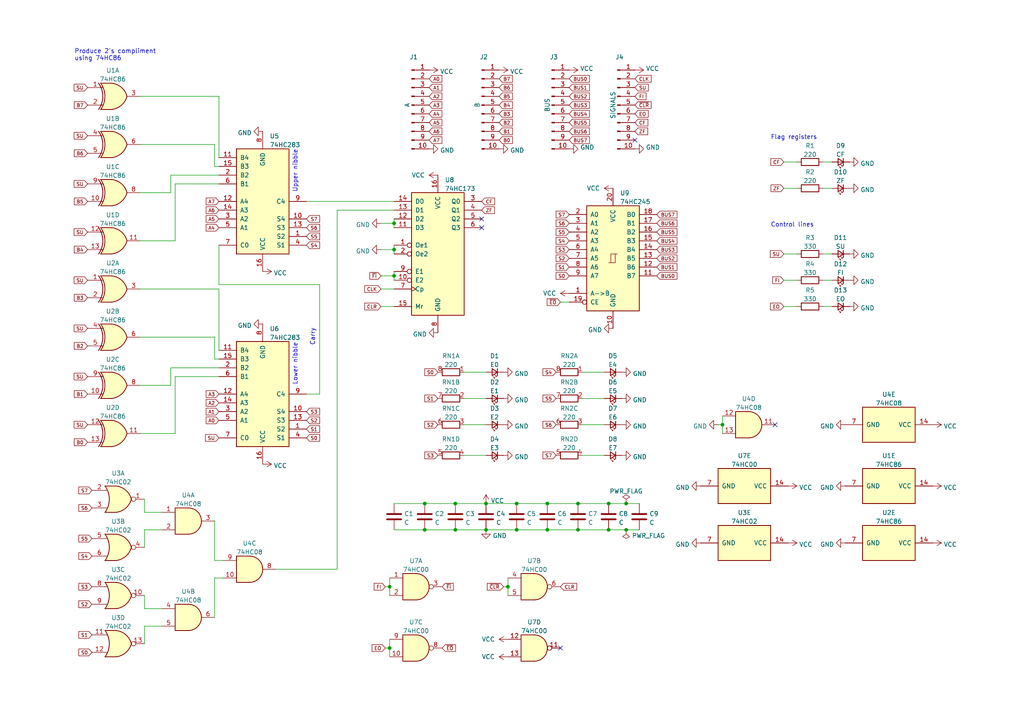
<source format=kicad_sch>
(kicad_sch (version 20211123) (generator eeschema)
  (paper "A4")
  (lib_symbols
    (symbol "74xx:74HC00" (pin_names (offset 1.016))
      (property "Reference" "U" (at 0 1.27 0))
      (property "Value" "74HC00" (at 0 -1.27 0))
      (symbol "74HC00_1_1"
        (pin input line (at -7.62 2.54 0) (length 3.81) (name "~") (number "1"))
        (pin input line (at -7.62 -2.54 0) (length 3.81) (name "~") (number "2"))
        (pin output inverted (at 7.62 0 180) (length 3.81) (name "~") (number "3"))
      )
      (symbol "74HC00_1_2"
        (pin input inverted (at -7.62 2.54 0) (length 4.318) (name "~") (number "1"))
        (pin input inverted (at -7.62 -2.54 0) (length 4.318) (name "~") (number "2"))
        (pin output line (at 7.62 0 180) (length 3.81) (name "~") (number "3"))
      )
      (symbol "74HC00_2_1"
        (pin input line (at -7.62 2.54 0) (length 3.81) (name "~") (number "4"))
        (pin input line (at -7.62 -2.54 0) (length 3.81) (name "~") (number "5"))
        (pin output inverted (at 7.62 0 180) (length 3.81) (name "~") (number "6"))
      )
      (symbol "74HC00_2_2"
        (pin input inverted (at -7.62 2.54 0) (length 4.318) (name "~") (number "4"))
        (pin input inverted (at -7.62 -2.54 0) (length 4.318) (name "~") (number "5"))
        (pin output line (at 7.62 0 180) (length 3.81) (name "~") (number "6"))
      )
      (symbol "74HC00_3_1"
        (pin input line (at -7.62 -2.54 0) (length 3.81) (name "~") (number "10"))
        (pin output inverted (at 7.62 0 180) (length 3.81) (name "~") (number "8"))
        (pin input line (at -7.62 2.54 0) (length 3.81) (name "~") (number "9"))
      )
      (symbol "74HC00_3_2"
        (pin input inverted (at -7.62 -2.54 0) (length 4.318) (name "~") (number "10"))
        (pin output line (at 7.62 0 180) (length 3.81) (name "~") (number "8"))
        (pin input inverted (at -7.62 2.54 0) (length 4.318) (name "~") (number "9"))
      )
      (symbol "74HC00_4_1"
        (pin output inverted (at 7.62 0 180) (length 3.81) (name "~") (number "11"))
        (pin input line (at -7.62 2.54 0) (length 3.81) (name "~") (number "12"))
        (pin input line (at -7.62 -2.54 0) (length 3.81) (name "~") (number "13"))
      )
      (symbol "74HC00_4_2"
        (pin output line (at 7.62 0 180) (length 3.81) (name "~") (number "11"))
        (pin input inverted (at -7.62 2.54 0) (length 4.318) (name "~") (number "12"))
        (pin input inverted (at -7.62 -2.54 0) (length 4.318) (name "~") (number "13"))
      )
      (symbol "74HC00_5_0"
        (pin power_in line (at 0 12.7 270) (length 5.08) (name "VCC") (number "14"))
        (pin power_in line (at 0 -12.7 90) (length 5.08) (name "GND") (number "7"))
      )
    )
    (symbol "74xx:74HC245" (pin_names (offset 1.016))
      (property "Reference" "U" (at -7.62 16.51 0))
      (property "Value" "74HC245" (at -7.62 -16.51 0))
      (symbol "74HC245_1_0"
        (pin input line (at -12.7 -10.16 0) (length 5.08) (name "A->B") (number "1"))
        (pin power_in line (at 0 -20.32 90) (length 5.08) (name "GND") (number "10"))
        (pin tri_state line (at 12.7 -5.08 180) (length 5.08) (name "B7") (number "11"))
        (pin tri_state line (at 12.7 -2.54 180) (length 5.08) (name "B6") (number "12"))
        (pin tri_state line (at 12.7 0 180) (length 5.08) (name "B5") (number "13"))
        (pin tri_state line (at 12.7 2.54 180) (length 5.08) (name "B4") (number "14"))
        (pin tri_state line (at 12.7 5.08 180) (length 5.08) (name "B3") (number "15"))
        (pin tri_state line (at 12.7 7.62 180) (length 5.08) (name "B2") (number "16"))
        (pin tri_state line (at 12.7 10.16 180) (length 5.08) (name "B1") (number "17"))
        (pin tri_state line (at 12.7 12.7 180) (length 5.08) (name "B0") (number "18"))
        (pin input inverted (at -12.7 -12.7 0) (length 5.08) (name "CE") (number "19"))
        (pin tri_state line (at -12.7 12.7 0) (length 5.08) (name "A0") (number "2"))
        (pin power_in line (at 0 20.32 270) (length 5.08) (name "VCC") (number "20"))
        (pin tri_state line (at -12.7 10.16 0) (length 5.08) (name "A1") (number "3"))
        (pin tri_state line (at -12.7 7.62 0) (length 5.08) (name "A2") (number "4"))
        (pin tri_state line (at -12.7 5.08 0) (length 5.08) (name "A3") (number "5"))
        (pin tri_state line (at -12.7 2.54 0) (length 5.08) (name "A4") (number "6"))
        (pin tri_state line (at -12.7 0 0) (length 5.08) (name "A5") (number "7"))
        (pin tri_state line (at -12.7 -2.54 0) (length 5.08) (name "A6") (number "8"))
        (pin tri_state line (at -12.7 -5.08 0) (length 5.08) (name "A7") (number "9"))
      )
    )
    (symbol "74xx:74HC86" (pin_names (offset 1.016))
      (property "Reference" "U" (at 0 1.27 0))
      (property "Value" "74HC86" (at 0 -1.27 0))
      (symbol "74HC86_1_0"
        (pin input line (at -7.62 2.54 0) (length 4.445) (name "~") (number "1"))
        (pin input line (at -7.62 -2.54 0) (length 4.445) (name "~") (number "2"))
        (pin output line (at 7.62 0 180) (length 3.81) (name "~") (number "3"))
      )
      (symbol "74HC86_2_0"
        (pin input line (at -7.62 2.54 0) (length 4.445) (name "~") (number "4"))
        (pin input line (at -7.62 -2.54 0) (length 4.445) (name "~") (number "5"))
        (pin output line (at 7.62 0 180) (length 3.81) (name "~") (number "6"))
      )
      (symbol "74HC86_3_0"
        (pin input line (at -7.62 -2.54 0) (length 4.445) (name "~") (number "10"))
        (pin output line (at 7.62 0 180) (length 3.81) (name "~") (number "8"))
        (pin input line (at -7.62 2.54 0) (length 4.445) (name "~") (number "9"))
      )
      (symbol "74HC86_4_0"
        (pin output line (at 7.62 0 180) (length 3.81) (name "~") (number "11"))
        (pin input line (at -7.62 2.54 0) (length 4.445) (name "~") (number "12"))
        (pin input line (at -7.62 -2.54 0) (length 4.445) (name "~") (number "13"))
      )
      (symbol "74HC86_5_0"
        (pin power_in line (at 0 12.7 270) (length 5.08) (name "VCC") (number "14"))
        (pin power_in line (at 0 -12.7 90) (length 5.08) (name "GND") (number "7"))
      )
    )
    (symbol "74xx:74LS02" (pin_names (offset 1.016))
      (property "Reference" "U" (at 0 1.27 0))
      (property "Value" "74LS02" (at 0 -1.27 0))
      (symbol "74LS02_1_1"
        (pin output inverted (at 7.62 0 180) (length 3.81) (name "~") (number "1"))
        (pin input line (at -7.62 2.54 0) (length 4.318) (name "~") (number "2"))
        (pin input line (at -7.62 -2.54 0) (length 4.318) (name "~") (number "3"))
      )
      (symbol "74LS02_1_2"
        (pin output line (at 7.62 0 180) (length 3.81) (name "~") (number "1"))
        (pin input inverted (at -7.62 2.54 0) (length 3.81) (name "~") (number "2"))
        (pin input inverted (at -7.62 -2.54 0) (length 3.81) (name "~") (number "3"))
      )
      (symbol "74LS02_2_1"
        (pin output inverted (at 7.62 0 180) (length 3.81) (name "~") (number "4"))
        (pin input line (at -7.62 2.54 0) (length 4.318) (name "~") (number "5"))
        (pin input line (at -7.62 -2.54 0) (length 4.318) (name "~") (number "6"))
      )
      (symbol "74LS02_2_2"
        (pin output line (at 7.62 0 180) (length 3.81) (name "~") (number "4"))
        (pin input inverted (at -7.62 2.54 0) (length 3.81) (name "~") (number "5"))
        (pin input inverted (at -7.62 -2.54 0) (length 3.81) (name "~") (number "6"))
      )
      (symbol "74LS02_3_1"
        (pin output inverted (at 7.62 0 180) (length 3.81) (name "~") (number "10"))
        (pin input line (at -7.62 2.54 0) (length 4.318) (name "~") (number "8"))
        (pin input line (at -7.62 -2.54 0) (length 4.318) (name "~") (number "9"))
      )
      (symbol "74LS02_3_2"
        (pin output line (at 7.62 0 180) (length 3.81) (name "~") (number "10"))
        (pin input inverted (at -7.62 2.54 0) (length 3.81) (name "~") (number "8"))
        (pin input inverted (at -7.62 -2.54 0) (length 3.81) (name "~") (number "9"))
      )
      (symbol "74LS02_4_1"
        (pin input line (at -7.62 2.54 0) (length 4.318) (name "~") (number "11"))
        (pin input line (at -7.62 -2.54 0) (length 4.318) (name "~") (number "12"))
        (pin output inverted (at 7.62 0 180) (length 3.81) (name "~") (number "13"))
      )
      (symbol "74LS02_4_2"
        (pin input inverted (at -7.62 2.54 0) (length 3.81) (name "~") (number "11"))
        (pin input inverted (at -7.62 -2.54 0) (length 3.81) (name "~") (number "12"))
        (pin output line (at 7.62 0 180) (length 3.81) (name "~") (number "13"))
      )
      (symbol "74LS02_5_0"
        (pin power_in line (at 0 12.7 270) (length 5.08) (name "VCC") (number "14"))
        (pin power_in line (at 0 -12.7 90) (length 5.08) (name "GND") (number "7"))
      )
    )
    (symbol "74xx:74LS08" (pin_names (offset 1.016))
      (property "Reference" "U" (at 0 1.27 0))
      (property "Value" "74LS08" (at 0 -1.27 0))
      (symbol "74LS08_1_1"
        (pin input line (at -7.62 2.54 0) (length 3.81) (name "~") (number "1"))
        (pin input line (at -7.62 -2.54 0) (length 3.81) (name "~") (number "2"))
        (pin output line (at 7.62 0 180) (length 3.81) (name "~") (number "3"))
      )
      (symbol "74LS08_1_2"
        (pin input inverted (at -7.62 2.54 0) (length 4.318) (name "~") (number "1"))
        (pin input inverted (at -7.62 -2.54 0) (length 4.318) (name "~") (number "2"))
        (pin output inverted (at 7.62 0 180) (length 3.81) (name "~") (number "3"))
      )
      (symbol "74LS08_2_1"
        (pin input line (at -7.62 2.54 0) (length 3.81) (name "~") (number "4"))
        (pin input line (at -7.62 -2.54 0) (length 3.81) (name "~") (number "5"))
        (pin output line (at 7.62 0 180) (length 3.81) (name "~") (number "6"))
      )
      (symbol "74LS08_2_2"
        (pin input inverted (at -7.62 2.54 0) (length 4.318) (name "~") (number "4"))
        (pin input inverted (at -7.62 -2.54 0) (length 4.318) (name "~") (number "5"))
        (pin output inverted (at 7.62 0 180) (length 3.81) (name "~") (number "6"))
      )
      (symbol "74LS08_3_1"
        (pin input line (at -7.62 -2.54 0) (length 3.81) (name "~") (number "10"))
        (pin output line (at 7.62 0 180) (length 3.81) (name "~") (number "8"))
        (pin input line (at -7.62 2.54 0) (length 3.81) (name "~") (number "9"))
      )
      (symbol "74LS08_3_2"
        (pin input inverted (at -7.62 -2.54 0) (length 4.318) (name "~") (number "10"))
        (pin output inverted (at 7.62 0 180) (length 3.81) (name "~") (number "8"))
        (pin input inverted (at -7.62 2.54 0) (length 4.318) (name "~") (number "9"))
      )
      (symbol "74LS08_4_1"
        (pin output line (at 7.62 0 180) (length 3.81) (name "~") (number "11"))
        (pin input line (at -7.62 2.54 0) (length 3.81) (name "~") (number "12"))
        (pin input line (at -7.62 -2.54 0) (length 3.81) (name "~") (number "13"))
      )
      (symbol "74LS08_4_2"
        (pin output inverted (at 7.62 0 180) (length 3.81) (name "~") (number "11"))
        (pin input inverted (at -7.62 2.54 0) (length 4.318) (name "~") (number "12"))
        (pin input inverted (at -7.62 -2.54 0) (length 4.318) (name "~") (number "13"))
      )
      (symbol "74LS08_5_0"
        (pin power_in line (at 0 12.7 270) (length 5.08) (name "VCC") (number "14"))
        (pin power_in line (at 0 -12.7 90) (length 5.08) (name "GND") (number "7"))
      )
    )
    (symbol "74xx:74LS173" (pin_names (offset 1.016))
      (property "Reference" "U" (at -7.62 19.05 0))
      (property "Value" "74LS173" (at -7.62 -19.05 0))
      (symbol "74LS173_1_0"
        (pin input inverted (at -12.7 2.54 0) (length 5.08) (name "Oe1") (number "1"))
        (pin input inverted (at -12.7 -7.62 0) (length 5.08) (name "E2") (number "10"))
        (pin input line (at -12.7 7.62 0) (length 5.08) (name "D3") (number "11"))
        (pin input line (at -12.7 10.16 0) (length 5.08) (name "D2") (number "12"))
        (pin input line (at -12.7 12.7 0) (length 5.08) (name "D1") (number "13"))
        (pin input line (at -12.7 15.24 0) (length 5.08) (name "D0") (number "14"))
        (pin input line (at -12.7 -15.24 0) (length 5.08) (name "Mr") (number "15"))
        (pin power_in line (at 0 22.86 270) (length 5.08) (name "VCC") (number "16"))
        (pin input inverted (at -12.7 0 0) (length 5.08) (name "Oe2") (number "2"))
        (pin tri_state line (at 12.7 15.24 180) (length 5.08) (name "Q0") (number "3"))
        (pin tri_state line (at 12.7 12.7 180) (length 5.08) (name "Q1") (number "4"))
        (pin tri_state line (at 12.7 10.16 180) (length 5.08) (name "Q2") (number "5"))
        (pin tri_state line (at 12.7 7.62 180) (length 5.08) (name "Q3") (number "6"))
        (pin input clock (at -12.7 -10.16 0) (length 5.08) (name "Cp") (number "7"))
        (pin power_in line (at 0 -22.86 90) (length 5.08) (name "GND") (number "8"))
        (pin input inverted (at -12.7 -5.08 0) (length 5.08) (name "E1") (number "9"))
      )
    )
    (symbol "74xx:74LS283" (pin_names (offset 1.016))
      (property "Reference" "U" (at -7.62 16.51 0))
      (property "Value" "74LS283" (at -7.62 -16.51 0))
      (symbol "74LS283_1_0"
        (pin output line (at 12.7 10.16 180) (length 5.08) (name "S2") (number "1"))
        (pin output line (at 12.7 5.08 180) (length 5.08) (name "S4") (number "10"))
        (pin input line (at -12.7 -12.7 0) (length 5.08) (name "B4") (number "11"))
        (pin input line (at -12.7 0 0) (length 5.08) (name "A4") (number "12"))
        (pin output line (at 12.7 7.62 180) (length 5.08) (name "S3") (number "13"))
        (pin input line (at -12.7 2.54 0) (length 5.08) (name "A3") (number "14"))
        (pin input line (at -12.7 -10.16 0) (length 5.08) (name "B3") (number "15"))
        (pin power_in line (at 0 20.32 270) (length 5.08) (name "VCC") (number "16"))
        (pin input line (at -12.7 -7.62 0) (length 5.08) (name "B2") (number "2"))
        (pin input line (at -12.7 5.08 0) (length 5.08) (name "A2") (number "3"))
        (pin output line (at 12.7 12.7 180) (length 5.08) (name "S1") (number "4"))
        (pin input line (at -12.7 7.62 0) (length 5.08) (name "A1") (number "5"))
        (pin input line (at -12.7 -5.08 0) (length 5.08) (name "B1") (number "6"))
        (pin input line (at -12.7 12.7 0) (length 5.08) (name "C0") (number "7"))
        (pin power_in line (at 0 -20.32 90) (length 5.08) (name "GND") (number "8"))
        (pin output line (at 12.7 0 180) (length 5.08) (name "C4") (number "9"))
      )
    )
    (symbol "Connector:Conn_01x10_Male" (pin_names (offset 1.016) hide)
      (property "Reference" "J" (at 0 12.7 0))
      (property "Value" "Conn_01x10_Male" (at 0 -15.24 0))
      (symbol "Conn_01x10_Male_1_1"
        (pin passive line (at 5.08 10.16 180) (length 3.81) (name "Pin_1") (number "1"))
        (pin passive line (at 5.08 -12.7 180) (length 3.81) (name "Pin_10") (number "10"))
        (pin passive line (at 5.08 7.62 180) (length 3.81) (name "Pin_2") (number "2"))
        (pin passive line (at 5.08 5.08 180) (length 3.81) (name "Pin_3") (number "3"))
        (pin passive line (at 5.08 2.54 180) (length 3.81) (name "Pin_4") (number "4"))
        (pin passive line (at 5.08 0 180) (length 3.81) (name "Pin_5") (number "5"))
        (pin passive line (at 5.08 -2.54 180) (length 3.81) (name "Pin_6") (number "6"))
        (pin passive line (at 5.08 -5.08 180) (length 3.81) (name "Pin_7") (number "7"))
        (pin passive line (at 5.08 -7.62 180) (length 3.81) (name "Pin_8") (number "8"))
        (pin passive line (at 5.08 -10.16 180) (length 3.81) (name "Pin_9") (number "9"))
      )
    )
    (symbol "Device:C" (pin_numbers hide) (pin_names (offset 0.254))
      (property "Reference" "C" (at 0.635 2.54 0))
      (property "Value" "C" (at 0.635 -2.54 0))
      (symbol "C_1_1"
        (pin passive line (at 0 3.81 270) (length 2.794) (name "~") (number "1"))
        (pin passive line (at 0 -3.81 90) (length 2.794) (name "~") (number "2"))
      )
    )
    (symbol "Device:LED_Small" (pin_numbers hide) (pin_names (offset 0.254) hide)
      (property "Reference" "D" (at -1.27 3.175 0))
      (property "Value" "LED_Small" (at -4.445 -2.54 0))
      (symbol "LED_Small_1_1"
        (pin passive line (at -2.54 0 0) (length 1.778) (name "K") (number "1"))
        (pin passive line (at 2.54 0 180) (length 1.778) (name "A") (number "2"))
      )
    )
    (symbol "Device:R" (pin_numbers hide) (pin_names (offset 0))
      (property "Reference" "R" (at 2.032 0 90))
      (property "Value" "R" (at 0 0 90))
      (symbol "R_1_1"
        (pin passive line (at 0 3.81 270) (length 1.27) (name "~") (number "1"))
        (pin passive line (at 0 -3.81 90) (length 1.27) (name "~") (number "2"))
      )
    )
    (symbol "Device:R_Pack04_Split" (pin_names (offset 0) hide)
      (property "Reference" "RN" (at 2.032 0 90))
      (property "Value" "R_Pack04_Split" (at 0 0 90))
      (symbol "R_Pack04_Split_1_1"
        (pin passive line (at 0 -3.81 90) (length 1.27) (name "R1.1") (number "1"))
        (pin passive line (at 0 3.81 270) (length 1.27) (name "R1.2") (number "8"))
      )
      (symbol "R_Pack04_Split_2_1"
        (pin passive line (at 0 -3.81 90) (length 1.27) (name "R2.1") (number "2"))
        (pin passive line (at 0 3.81 270) (length 1.27) (name "R2.2") (number "7"))
      )
      (symbol "R_Pack04_Split_3_1"
        (pin passive line (at 0 -3.81 90) (length 1.27) (name "R3.1") (number "3"))
        (pin passive line (at 0 3.81 270) (length 1.27) (name "R3.2") (number "6"))
      )
      (symbol "R_Pack04_Split_4_1"
        (pin passive line (at 0 -3.81 90) (length 1.27) (name "R4.1") (number "4"))
        (pin passive line (at 0 3.81 270) (length 1.27) (name "R4.2") (number "5"))
      )
    )
    (symbol "power:GND" (power) (pin_names (offset 0))
      (property "Value" "GND" (at 0 -3.81 0))
      (symbol "GND_1_1"
        (pin power_in line (at 0 0 270) (length 0) hide (name "GND") (number "1"))
      )
    )
    (symbol "power:PWR_FLAG" (power) (pin_numbers hide) (pin_names (offset 0) hide)
      (property "Value" "PWR_FLAG" (at 0 3.81 0))
      (symbol "PWR_FLAG_0_0"
        (pin power_out line (at 0 0 90) (length 0) (name "pwr") (number "1"))
      )
    )
    (symbol "power:VCC" (power) (pin_names (offset 0))
      (property "Value" "VCC" (at 0 3.81 0))
      (symbol "VCC_1_1"
        (pin power_in line (at 0 0 90) (length 0) hide (name "VCC") (number "1"))
      )
    )
  )
  (junction (at 140.97 146.05))
  (junction (at 176.53 146.05))
  (junction (at 114.3 64.77))
  (junction (at 176.53 153.67))
  (junction (at 149.86 153.67))
  (junction (at 167.64 153.67))
  (junction (at 149.86 146.05))
  (junction (at 123.19 146.05))
  (junction (at 123.19 153.67))
  (junction (at 113.03 187.96))
  (junction (at 114.3 80.01))
  (junction (at 147.32 170.18))
  (junction (at 158.75 146.05))
  (junction (at 114.3 72.39))
  (junction (at 158.75 153.67))
  (junction (at 132.08 146.05))
  (junction (at 132.08 153.67))
  (junction (at 113.03 170.18))
  (junction (at 167.64 146.05))
  (junction (at 181.61 146.05))
  (junction (at 181.61 153.67))
  (junction (at 140.97 153.67))
  (junction (at 209.55 123.19))
  (no_connect (at 162.56 187.96))
  (no_connect (at 224.79 123.19))
  (no_connect (at 139.7 66.04))
  (no_connect (at 139.7 63.5))
  (no_connect (at 184.15 40.64))
  (wire (pts (xy 168.91 107.95) (xy 175.26 107.95)))
  (wire (pts (xy 132.08 146.05) (xy 140.97 146.05)))
  (wire (pts (xy 227.33 88.9) (xy 231.14 88.9)))
  (wire (pts (xy 147.32 170.18) (xy 147.32 172.72)))
  (wire (pts (xy 227.33 73.66) (xy 231.14 73.66)))
  (wire (pts (xy 41.91 186.69) (xy 41.91 181.61)))
  (wire (pts (xy 158.75 153.67) (xy 167.64 153.67)))
  (wire (pts (xy 110.49 80.01) (xy 114.3 80.01)))
  (wire (pts (xy 62.23 151.13) (xy 62.23 162.56)))
  (wire (pts (xy 113.03 167.64) (xy 113.03 170.18)))
  (wire (pts (xy 63.5 71.12) (xy 63.5 82.55)))
  (wire (pts (xy 63.5 53.34) (xy 50.8 53.34)))
  (wire (pts (xy 134.62 132.08) (xy 140.97 132.08)))
  (wire (pts (xy 227.33 46.99) (xy 231.14 46.99)))
  (wire (pts (xy 168.91 132.08) (xy 175.26 132.08)))
  (wire (pts (xy 227.33 81.28) (xy 231.14 81.28)))
  (wire (pts (xy 49.53 55.88) (xy 49.53 50.8)))
  (wire (pts (xy 181.61 153.67) (xy 185.42 153.67)))
  (wire (pts (xy 140.97 146.05) (xy 149.86 146.05)))
  (wire (pts (xy 92.71 82.55) (xy 92.71 114.3)))
  (wire (pts (xy 88.9 58.42) (xy 114.3 58.42)))
  (wire (pts (xy 113.03 170.18) (xy 113.03 172.72)))
  (wire (pts (xy 114.3 146.05) (xy 123.19 146.05)))
  (wire (pts (xy 146.05 170.18) (xy 147.32 170.18)))
  (wire (pts (xy 167.64 153.67) (xy 176.53 153.67)))
  (wire (pts (xy 80.01 165.1) (xy 97.79 165.1)))
  (wire (pts (xy 111.76 170.18) (xy 113.03 170.18)))
  (wire (pts (xy 40.64 55.88) (xy 49.53 55.88)))
  (wire (pts (xy 62.23 167.64) (xy 64.77 167.64)))
  (wire (pts (xy 41.91 153.67) (xy 46.99 153.67)))
  (wire (pts (xy 238.76 88.9) (xy 241.3 88.9)))
  (wire (pts (xy 50.8 109.22) (xy 50.8 125.73)))
  (wire (pts (xy 40.64 97.79) (xy 62.23 97.79)))
  (wire (pts (xy 114.3 153.67) (xy 123.19 153.67)))
  (wire (pts (xy 167.64 146.05) (xy 176.53 146.05)))
  (wire (pts (xy 63.5 101.6) (xy 63.5 83.82)))
  (wire (pts (xy 62.23 162.56) (xy 64.77 162.56)))
  (wire (pts (xy 110.49 72.39) (xy 114.3 72.39)))
  (wire (pts (xy 63.5 82.55) (xy 92.71 82.55)))
  (wire (pts (xy 238.76 46.99) (xy 241.3 46.99)))
  (wire (pts (xy 113.03 187.96) (xy 113.03 190.5)))
  (wire (pts (xy 176.53 153.67) (xy 181.61 153.67)))
  (wire (pts (xy 63.5 83.82) (xy 40.64 83.82)))
  (wire (pts (xy 238.76 81.28) (xy 241.3 81.28)))
  (wire (pts (xy 40.64 111.76) (xy 49.53 111.76)))
  (wire (pts (xy 50.8 69.85) (xy 40.64 69.85)))
  (wire (pts (xy 62.23 179.07) (xy 62.23 167.64)))
  (wire (pts (xy 162.56 87.63) (xy 165.1 87.63)))
  (wire (pts (xy 114.3 80.01) (xy 114.3 78.74)))
  (wire (pts (xy 50.8 125.73) (xy 40.64 125.73)))
  (wire (pts (xy 114.3 72.39) (xy 114.3 71.12)))
  (wire (pts (xy 123.19 146.05) (xy 132.08 146.05)))
  (wire (pts (xy 49.53 50.8) (xy 63.5 50.8)))
  (wire (pts (xy 97.79 60.96) (xy 114.3 60.96)))
  (wire (pts (xy 41.91 148.59) (xy 46.99 148.59)))
  (wire (pts (xy 149.86 153.67) (xy 158.75 153.67)))
  (wire (pts (xy 149.86 146.05) (xy 158.75 146.05)))
  (wire (pts (xy 123.19 153.67) (xy 132.08 153.67)))
  (wire (pts (xy 41.91 172.72) (xy 41.91 176.53)))
  (wire (pts (xy 62.23 48.26) (xy 62.23 41.91)))
  (wire (pts (xy 114.3 72.39) (xy 114.3 73.66)))
  (wire (pts (xy 209.55 123.19) (xy 209.55 125.73)))
  (wire (pts (xy 114.3 80.01) (xy 114.3 81.28)))
  (wire (pts (xy 176.53 146.05) (xy 181.61 146.05)))
  (wire (pts (xy 41.91 181.61) (xy 46.99 181.61)))
  (wire (pts (xy 97.79 165.1) (xy 97.79 60.96)))
  (wire (pts (xy 110.49 83.82) (xy 114.3 83.82)))
  (wire (pts (xy 114.3 63.5) (xy 114.3 64.77)))
  (wire (pts (xy 147.32 167.64) (xy 147.32 170.18)))
  (wire (pts (xy 168.91 115.57) (xy 175.26 115.57)))
  (wire (pts (xy 63.5 48.26) (xy 62.23 48.26)))
  (wire (pts (xy 41.91 158.75) (xy 41.91 153.67)))
  (wire (pts (xy 49.53 111.76) (xy 49.53 106.68)))
  (wire (pts (xy 63.5 45.72) (xy 63.5 27.94)))
  (wire (pts (xy 134.62 107.95) (xy 140.97 107.95)))
  (wire (pts (xy 134.62 123.19) (xy 140.97 123.19)))
  (wire (pts (xy 158.75 146.05) (xy 167.64 146.05)))
  (wire (pts (xy 134.62 115.57) (xy 140.97 115.57)))
  (wire (pts (xy 62.23 41.91) (xy 40.64 41.91)))
  (wire (pts (xy 238.76 54.61) (xy 241.3 54.61)))
  (wire (pts (xy 132.08 153.67) (xy 140.97 153.67)))
  (wire (pts (xy 114.3 64.77) (xy 114.3 66.04)))
  (wire (pts (xy 181.61 146.05) (xy 185.42 146.05)))
  (wire (pts (xy 208.28 123.19) (xy 209.55 123.19)))
  (wire (pts (xy 62.23 104.14) (xy 63.5 104.14)))
  (wire (pts (xy 140.97 153.67) (xy 149.86 153.67)))
  (wire (pts (xy 110.49 64.77) (xy 114.3 64.77)))
  (wire (pts (xy 209.55 120.65) (xy 209.55 123.19)))
  (wire (pts (xy 49.53 106.68) (xy 63.5 106.68)))
  (wire (pts (xy 238.76 73.66) (xy 241.3 73.66)))
  (wire (pts (xy 41.91 144.78) (xy 41.91 148.59)))
  (wire (pts (xy 168.91 123.19) (xy 175.26 123.19)))
  (wire (pts (xy 63.5 27.94) (xy 40.64 27.94)))
  (wire (pts (xy 62.23 97.79) (xy 62.23 104.14)))
  (wire (pts (xy 63.5 109.22) (xy 50.8 109.22)))
  (wire (pts (xy 110.49 88.9) (xy 114.3 88.9)))
  (wire (pts (xy 113.03 185.42) (xy 113.03 187.96)))
  (wire (pts (xy 41.91 176.53) (xy 46.99 176.53)))
  (wire (pts (xy 111.76 187.96) (xy 113.03 187.96)))
  (wire (pts (xy 50.8 53.34) (xy 50.8 69.85)))
  (wire (pts (xy 92.71 114.3) (xy 88.9 114.3)))
  (wire (pts (xy 227.33 54.61) (xy 231.14 54.61)))
  (text "Produce 2's compliment\nusing 74HC86" (at 21.59 17.78 0) (effects (font (size 1.27 1.27)) (justify left bottom)))
  (text "Control lines" (at 223.52 66.04 0) (effects (font (size 1.27 1.27)) (justify left bottom)))
  (text "Flag registers" (at 223.52 40.64 0) (effects (font (size 1.27 1.27)) (justify left bottom)))
  (text "Upper nibble" (at 86.36 55.88 90) (effects (font (size 1.27 1.27)) (justify left bottom)))
  (text "Carry" (at 91.44 100.33 90) (effects (font (size 1.27 1.27)) (justify left bottom)))
  (text "Lower nibble" (at 86.36 111.76 90) (effects (font (size 1.27 1.27)) (justify left bottom)))
  (global_label "S7" (shape input) (at 26.67 142.24 180) (effects (font (size 1 1))) (property "Intersheet References" "${INTERSHEET_REFS}" (effects hide)))
  (global_label "BUS0" (shape input) (at 190.5 80.01 0) (effects (font (size 1 1))) (property "Intersheet References" "${INTERSHEET_REFS}" (effects hide)))
  (global_label "EO" (shape input) (at 111.76 187.96 180) (effects (font (size 1 1))) (property "Intersheet References" "${INTERSHEET_REFS}" (effects hide)))
  (global_label "B4" (shape input) (at 25.4 72.39 180) (effects (font (size 1 1))) (property "Intersheet References" "${INTERSHEET_REFS}" (effects hide)))
  (global_label "SU" (shape input) (at 25.4 109.22 180) (effects (font (size 1 1))) (property "Intersheet References" "${INTERSHEET_REFS}" (effects hide)))
  (global_label "S4" (shape input) (at 26.67 161.29 180) (effects (font (size 1 1))) (property "Intersheet References" "${INTERSHEET_REFS}" (effects hide)))
  (global_label "B6" (shape input) (at 144.78 25.4 0) (effects (font (size 1 1))) (property "Intersheet References" "${INTERSHEET_REFS}" (effects hide)))
  (global_label "B5" (shape input) (at 144.78 27.94 0) (effects (font (size 1 1))) (property "Intersheet References" "${INTERSHEET_REFS}" (effects hide)))
  (global_label "S6" (shape input) (at 26.67 147.32 180) (effects (font (size 1 1))) (property "Intersheet References" "${INTERSHEET_REFS}" (effects hide)))
  (global_label "BUS7" (shape input) (at 165.1 40.64 0) (effects (font (size 1 1))) (property "Intersheet References" "${INTERSHEET_REFS}" (effects hide)))
  (global_label "S6" (shape input) (at 88.9 66.04 0) (effects (font (size 1 1))) (property "Intersheet References" "${INTERSHEET_REFS}" (effects hide)))
  (global_label "CF" (shape input) (at 227.33 46.99 180) (effects (font (size 1 1))) (property "Intersheet References" "${INTERSHEET_REFS}" (effects hide)))
  (global_label "B1" (shape input) (at 25.4 114.3 180) (effects (font (size 1 1))) (property "Intersheet References" "${INTERSHEET_REFS}" (effects hide)))
  (global_label "S1" (shape input) (at 26.67 184.15 180) (effects (font (size 1 1))) (property "Intersheet References" "${INTERSHEET_REFS}" (effects hide)))
  (global_label "A3" (shape input) (at 63.5 114.3 180) (effects (font (size 1 1))) (property "Intersheet References" "${INTERSHEET_REFS}" (effects hide)))
  (global_label "B2" (shape input) (at 25.4 100.33 180) (effects (font (size 1 1))) (property "Intersheet References" "${INTERSHEET_REFS}" (effects hide)))
  (global_label "B7" (shape input) (at 144.78 22.86 0) (effects (font (size 1 1))) (property "Intersheet References" "${INTERSHEET_REFS}" (effects hide)))
  (global_label "S3" (shape input) (at 26.67 170.18 180) (effects (font (size 1 1))) (property "Intersheet References" "${INTERSHEET_REFS}" (effects hide)))
  (global_label "SU" (shape input) (at 63.5 127 180) (effects (font (size 1 1))) (property "Intersheet References" "${INTERSHEET_REFS}" (effects hide)))
  (global_label "BUS1" (shape input) (at 190.5 77.47 0) (effects (font (size 1 1))) (property "Intersheet References" "${INTERSHEET_REFS}" (effects hide)))
  (global_label "SU" (shape input) (at 25.4 53.34 180) (effects (font (size 1 1))) (property "Intersheet References" "${INTERSHEET_REFS}" (effects hide)))
  (global_label "S5" (shape input) (at 26.67 156.21 180) (effects (font (size 1 1))) (property "Intersheet References" "${INTERSHEET_REFS}" (effects hide)))
  (global_label "SU" (shape input) (at 184.15 25.4 0) (effects (font (size 1 1))) (property "Intersheet References" "${INTERSHEET_REFS}" (effects hide)))
  (global_label "S0" (shape input) (at 88.9 127 0) (effects (font (size 1 1))) (property "Intersheet References" "${INTERSHEET_REFS}" (effects hide)))
  (global_label "EO" (shape input) (at 227.33 88.9 180) (effects (font (size 1 1))) (property "Intersheet References" "${INTERSHEET_REFS}" (effects hide)))
  (global_label "B4" (shape input) (at 144.78 30.48 0) (effects (font (size 1 1))) (property "Intersheet References" "${INTERSHEET_REFS}" (effects hide)))
  (global_label "S0" (shape input) (at 26.67 189.23 180) (effects (font (size 1 1))) (property "Intersheet References" "${INTERSHEET_REFS}" (effects hide)))
  (global_label "B0" (shape input) (at 144.78 40.64 0) (effects (font (size 1 1))) (property "Intersheet References" "${INTERSHEET_REFS}" (effects hide)))
  (global_label "A1" (shape input) (at 63.5 119.38 180) (effects (font (size 1 1))) (property "Intersheet References" "${INTERSHEET_REFS}" (effects hide)))
  (global_label "S6" (shape input) (at 165.1 64.77 180) (effects (font (size 1 1))) (property "Intersheet References" "${INTERSHEET_REFS}" (effects hide)))
  (global_label "BUS0" (shape input) (at 165.1 22.86 0) (effects (font (size 1 1))) (property "Intersheet References" "${INTERSHEET_REFS}" (effects hide)))
  (global_label "S5" (shape input) (at 161.29 115.57 180) (effects (font (size 1 1))) (property "Intersheet References" "${INTERSHEET_REFS}" (effects hide)))
  (global_label "~{FI}" (shape input) (at 110.49 80.01 180) (effects (font (size 1 1))) (property "Intersheet References" "${INTERSHEET_REFS}" (effects hide)))
  (global_label "CLR" (shape input) (at 110.49 88.9 180) (effects (font (size 1 1))) (property "Intersheet References" "${INTERSHEET_REFS}" (effects hide)))
  (global_label "BUS5" (shape input) (at 190.5 67.31 0) (effects (font (size 1 1))) (property "Intersheet References" "${INTERSHEET_REFS}" (effects hide)))
  (global_label "S2" (shape input) (at 88.9 121.92 0) (effects (font (size 1 1))) (property "Intersheet References" "${INTERSHEET_REFS}" (effects hide)))
  (global_label "S3" (shape input) (at 88.9 119.38 0) (effects (font (size 1 1))) (property "Intersheet References" "${INTERSHEET_REFS}" (effects hide)))
  (global_label "A6" (shape input) (at 63.5 60.96 180) (effects (font (size 1 1))) (property "Intersheet References" "${INTERSHEET_REFS}" (effects hide)))
  (global_label "FI" (shape input) (at 227.33 81.28 180) (effects (font (size 1 1))) (property "Intersheet References" "${INTERSHEET_REFS}" (effects hide)))
  (global_label "BUS5" (shape input) (at 165.1 35.56 0) (effects (font (size 1 1))) (property "Intersheet References" "${INTERSHEET_REFS}" (effects hide)))
  (global_label "S4" (shape input) (at 88.9 71.12 0) (effects (font (size 1 1))) (property "Intersheet References" "${INTERSHEET_REFS}" (effects hide)))
  (global_label "A3" (shape input) (at 124.46 30.48 0) (effects (font (size 1 1))) (property "Intersheet References" "${INTERSHEET_REFS}" (effects hide)))
  (global_label "EO" (shape input) (at 184.15 33.02 0) (effects (font (size 1 1))) (property "Intersheet References" "${INTERSHEET_REFS}" (effects hide)))
  (global_label "B2" (shape input) (at 144.78 35.56 0) (effects (font (size 1 1))) (property "Intersheet References" "${INTERSHEET_REFS}" (effects hide)))
  (global_label "B3" (shape input) (at 25.4 86.36 180) (effects (font (size 1 1))) (property "Intersheet References" "${INTERSHEET_REFS}" (effects hide)))
  (global_label "S2" (shape input) (at 127 123.19 180) (effects (font (size 1 1))) (property "Intersheet References" "${INTERSHEET_REFS}" (effects hide)))
  (global_label "ZF" (shape input) (at 227.33 54.61 180) (effects (font (size 1 1))) (property "Intersheet References" "${INTERSHEET_REFS}" (effects hide)))
  (global_label "A0" (shape input) (at 124.46 22.86 0) (effects (font (size 1 1))) (property "Intersheet References" "${INTERSHEET_REFS}" (effects hide)))
  (global_label "BUS2" (shape input) (at 190.5 74.93 0) (effects (font (size 1 1))) (property "Intersheet References" "${INTERSHEET_REFS}" (effects hide)))
  (global_label "S1" (shape input) (at 165.1 77.47 180) (effects (font (size 1 1))) (property "Intersheet References" "${INTERSHEET_REFS}" (effects hide)))
  (global_label "CF" (shape input) (at 139.7 58.42 0) (effects (font (size 1 1))) (property "Intersheet References" "${INTERSHEET_REFS}" (effects hide)))
  (global_label "S7" (shape input) (at 161.29 132.08 180) (effects (font (size 1 1))) (property "Intersheet References" "${INTERSHEET_REFS}" (effects hide)))
  (global_label "S0" (shape input) (at 127 107.95 180) (effects (font (size 1 1))) (property "Intersheet References" "${INTERSHEET_REFS}" (effects hide)))
  (global_label "SU" (shape input) (at 25.4 39.37 180) (effects (font (size 1 1))) (property "Intersheet References" "${INTERSHEET_REFS}" (effects hide)))
  (global_label "ZF" (shape input) (at 184.15 38.1 0) (effects (font (size 1 1))) (property "Intersheet References" "${INTERSHEET_REFS}" (effects hide)))
  (global_label "~{FI}" (shape input) (at 128.27 170.18 0) (effects (font (size 1 1))) (property "Intersheet References" "${INTERSHEET_REFS}" (effects hide)))
  (global_label "BUS7" (shape input) (at 190.5 62.23 0) (effects (font (size 1 1))) (property "Intersheet References" "${INTERSHEET_REFS}" (effects hide)))
  (global_label "~{EO}" (shape input) (at 128.27 187.96 0) (effects (font (size 1 1))) (property "Intersheet References" "${INTERSHEET_REFS}" (effects hide)))
  (global_label "A6" (shape input) (at 124.46 38.1 0) (effects (font (size 1 1))) (property "Intersheet References" "${INTERSHEET_REFS}" (effects hide)))
  (global_label "SU" (shape input) (at 227.33 73.66 180) (effects (font (size 1 1))) (property "Intersheet References" "${INTERSHEET_REFS}" (effects hide)))
  (global_label "S3" (shape input) (at 165.1 72.39 180) (effects (font (size 1 1))) (property "Intersheet References" "${INTERSHEET_REFS}" (effects hide)))
  (global_label "S1" (shape input) (at 127 115.57 180) (effects (font (size 1 1))) (property "Intersheet References" "${INTERSHEET_REFS}" (effects hide)))
  (global_label "A2" (shape input) (at 124.46 27.94 0) (effects (font (size 1 1))) (property "Intersheet References" "${INTERSHEET_REFS}" (effects hide)))
  (global_label "CLK" (shape input) (at 110.49 83.82 180) (effects (font (size 1 1))) (property "Intersheet References" "${INTERSHEET_REFS}" (effects hide)))
  (global_label "A4" (shape input) (at 63.5 66.04 180) (effects (font (size 1 1))) (property "Intersheet References" "${INTERSHEET_REFS}" (effects hide)))
  (global_label "B3" (shape input) (at 144.78 33.02 0) (effects (font (size 1 1))) (property "Intersheet References" "${INTERSHEET_REFS}" (effects hide)))
  (global_label "S5" (shape input) (at 165.1 67.31 180) (effects (font (size 1 1))) (property "Intersheet References" "${INTERSHEET_REFS}" (effects hide)))
  (global_label "S4" (shape input) (at 165.1 69.85 180) (effects (font (size 1 1))) (property "Intersheet References" "${INTERSHEET_REFS}" (effects hide)))
  (global_label "A2" (shape input) (at 63.5 116.84 180) (effects (font (size 1 1))) (property "Intersheet References" "${INTERSHEET_REFS}" (effects hide)))
  (global_label "A7" (shape input) (at 63.5 58.42 180) (effects (font (size 1 1))) (property "Intersheet References" "${INTERSHEET_REFS}" (effects hide)))
  (global_label "S4" (shape input) (at 161.29 107.95 180) (effects (font (size 1 1))) (property "Intersheet References" "${INTERSHEET_REFS}" (effects hide)))
  (global_label "S2" (shape input) (at 165.1 74.93 180) (effects (font (size 1 1))) (property "Intersheet References" "${INTERSHEET_REFS}" (effects hide)))
  (global_label "BUS3" (shape input) (at 190.5 72.39 0) (effects (font (size 1 1))) (property "Intersheet References" "${INTERSHEET_REFS}" (effects hide)))
  (global_label "CLR" (shape input) (at 162.56 170.18 0) (effects (font (size 1 1))) (property "Intersheet References" "${INTERSHEET_REFS}" (effects hide)))
  (global_label "BUS4" (shape input) (at 190.5 69.85 0) (effects (font (size 1 1))) (property "Intersheet References" "${INTERSHEET_REFS}" (effects hide)))
  (global_label "B7" (shape input) (at 25.4 30.48 180) (effects (font (size 1 1))) (property "Intersheet References" "${INTERSHEET_REFS}" (effects hide)))
  (global_label "CLK" (shape input) (at 184.15 22.86 0) (effects (font (size 1 1))) (property "Intersheet References" "${INTERSHEET_REFS}" (effects hide)))
  (global_label "S3" (shape input) (at 127 132.08 180) (effects (font (size 1 1))) (property "Intersheet References" "${INTERSHEET_REFS}" (effects hide)))
  (global_label "CF" (shape input) (at 184.15 35.56 0) (effects (font (size 1 1))) (property "Intersheet References" "${INTERSHEET_REFS}" (effects hide)))
  (global_label "SU" (shape input) (at 25.4 25.4 180) (effects (font (size 1 1))) (property "Intersheet References" "${INTERSHEET_REFS}" (effects hide)))
  (global_label "SU" (shape input) (at 25.4 67.31 180) (effects (font (size 1 1))) (property "Intersheet References" "${INTERSHEET_REFS}" (effects hide)))
  (global_label "A7" (shape input) (at 124.46 40.64 0) (effects (font (size 1 1))) (property "Intersheet References" "${INTERSHEET_REFS}" (effects hide)))
  (global_label "~{CLR}" (shape input) (at 146.05 170.18 180) (effects (font (size 1 1))) (property "Intersheet References" "${INTERSHEET_REFS}" (effects hide)))
  (global_label "BUS2" (shape input) (at 165.1 27.94 0) (effects (font (size 1 1))) (property "Intersheet References" "${INTERSHEET_REFS}" (effects hide)))
  (global_label "FI" (shape input) (at 111.76 170.18 180) (effects (font (size 1 1))) (property "Intersheet References" "${INTERSHEET_REFS}" (effects hide)))
  (global_label "SU" (shape input) (at 25.4 81.28 180) (effects (font (size 1 1))) (property "Intersheet References" "${INTERSHEET_REFS}" (effects hide)))
  (global_label "B1" (shape input) (at 144.78 38.1 0) (effects (font (size 1 1))) (property "Intersheet References" "${INTERSHEET_REFS}" (effects hide)))
  (global_label "SU" (shape input) (at 25.4 95.25 180) (effects (font (size 1 1))) (property "Intersheet References" "${INTERSHEET_REFS}" (effects hide)))
  (global_label "S0" (shape input) (at 165.1 80.01 180) (effects (font (size 1 1))) (property "Intersheet References" "${INTERSHEET_REFS}" (effects hide)))
  (global_label "A5" (shape input) (at 124.46 35.56 0) (effects (font (size 1 1))) (property "Intersheet References" "${INTERSHEET_REFS}" (effects hide)))
  (global_label "~{CLR}" (shape input) (at 184.15 30.48 0) (effects (font (size 1 1))) (property "Intersheet References" "${INTERSHEET_REFS}" (effects hide)))
  (global_label "ZF" (shape input) (at 139.7 60.96 0) (effects (font (size 1 1))) (property "Intersheet References" "${INTERSHEET_REFS}" (effects hide)))
  (global_label "A4" (shape input) (at 124.46 33.02 0) (effects (font (size 1 1))) (property "Intersheet References" "${INTERSHEET_REFS}" (effects hide)))
  (global_label "S7" (shape input) (at 165.1 62.23 180) (effects (font (size 1 1))) (property "Intersheet References" "${INTERSHEET_REFS}" (effects hide)))
  (global_label "A5" (shape input) (at 63.5 63.5 180) (effects (font (size 1 1))) (property "Intersheet References" "${INTERSHEET_REFS}" (effects hide)))
  (global_label "S2" (shape input) (at 26.67 175.26 180) (effects (font (size 1 1))) (property "Intersheet References" "${INTERSHEET_REFS}" (effects hide)))
  (global_label "BUS6" (shape input) (at 165.1 38.1 0) (effects (font (size 1 1))) (property "Intersheet References" "${INTERSHEET_REFS}" (effects hide)))
  (global_label "FI" (shape input) (at 184.15 27.94 0) (effects (font (size 1 1))) (property "Intersheet References" "${INTERSHEET_REFS}" (effects hide)))
  (global_label "S1" (shape input) (at 88.9 124.46 0) (effects (font (size 1 1))) (property "Intersheet References" "${INTERSHEET_REFS}" (effects hide)))
  (global_label "B6" (shape input) (at 25.4 44.45 180) (effects (font (size 1 1))) (property "Intersheet References" "${INTERSHEET_REFS}" (effects hide)))
  (global_label "BUS4" (shape input) (at 165.1 33.02 0) (effects (font (size 1 1))) (property "Intersheet References" "${INTERSHEET_REFS}" (effects hide)))
  (global_label "A0" (shape input) (at 63.5 121.92 180) (effects (font (size 1 1))) (property "Intersheet References" "${INTERSHEET_REFS}" (effects hide)))
  (global_label "BUS6" (shape input) (at 190.5 64.77 0) (effects (font (size 1 1))) (property "Intersheet References" "${INTERSHEET_REFS}" (effects hide)))
  (global_label "BUS1" (shape input) (at 165.1 25.4 0) (effects (font (size 1 1))) (property "Intersheet References" "${INTERSHEET_REFS}" (effects hide)))
  (global_label "~{EO}" (shape input) (at 162.56 87.63 180) (effects (font (size 1 1))) (property "Intersheet References" "${INTERSHEET_REFS}" (effects hide)))
  (global_label "S7" (shape input) (at 88.9 63.5 0) (effects (font (size 1 1))) (property "Intersheet References" "${INTERSHEET_REFS}" (effects hide)))
  (global_label "S5" (shape input) (at 88.9 68.58 0) (effects (font (size 1 1))) (property "Intersheet References" "${INTERSHEET_REFS}" (effects hide)))
  (global_label "B0" (shape input) (at 25.4 128.27 180) (effects (font (size 1 1))) (property "Intersheet References" "${INTERSHEET_REFS}" (effects hide)))
  (global_label "BUS3" (shape input) (at 165.1 30.48 0) (effects (font (size 1 1))) (property "Intersheet References" "${INTERSHEET_REFS}" (effects hide)))
  (global_label "B5" (shape input) (at 25.4 58.42 180) (effects (font (size 1 1))) (property "Intersheet References" "${INTERSHEET_REFS}" (effects hide)))
  (global_label "S6" (shape input) (at 161.29 123.19 180) (effects (font (size 1 1))) (property "Intersheet References" "${INTERSHEET_REFS}" (effects hide)))
  (global_label "A1" (shape input) (at 124.46 25.4 0) (effects (font (size 1 1))) (property "Intersheet References" "${INTERSHEET_REFS}" (effects hide)))
  (global_label "SU" (shape input) (at 25.4 123.19 180) (effects (font (size 1 1))) (property "Intersheet References" "${INTERSHEET_REFS}" (effects hide)))
  (symbol (lib_id "74xx:74LS02") (at 34.29 186.69 0) (unit 4)
    (property "Reference" "U3" (at 34.29 179.1802 0))
    (property "Value" "74HC02" (at 34.29 181.7171 0))
    (property "Footprint" "Package_SO:SO-14_3.9x8.65mm_P1.27mm" (effects hide))
    (property "Datasheet" "http://www.ti.com/lit/gpn/sn74ls02" (effects hide))
  )
  (symbol (lib_id "Device:R_Pack04_Split") (at 130.81 132.08 90) (mirror x) (unit 4)
    (property "Reference" "RN1" (at 130.81 127.3642 90))
    (property "Value" "220" (at 130.81 129.9011 90))
    (property "Footprint" "Resistor_SMD:R_Array_Convex_4x0603" (effects hide))
  )
  (symbol (lib_id "74xx:74HC86") (at 33.02 97.79 0) (unit 2)
    (property "Reference" "U2" (at 32.7152 90.2802 0))
    (property "Value" "74HC86" (at 32.7152 92.8171 0))
    (property "Footprint" "Package_SO:SO-14_3.9x8.65mm_P1.27mm" (effects hide))
    (property "Datasheet" "http://www.ti.com/lit/gpn/sn74HC86" (effects hide))
  )
  (symbol (lib_id "74xx:74LS173") (at 127 73.66 0) (unit 1)
    (property "Reference" "U8" (at 129.0194 52.1802 0) (effects (justify left)))
    (property "Value" "74HC173" (at 129.0194 54.7171 0) (effects (justify left)))
    (property "Footprint" "Package_SO:SO-16_3.9x9.9mm_P1.27mm" (effects hide))
    (property "Datasheet" "http://www.ti.com/lit/gpn/sn74LS173" (effects hide))
  )
  (symbol (lib_id "Connector:Conn_01x10_Male") (at 179.07 30.48 0) (unit 1)
    (property "Reference" "J4" (at 179.705 16.544 0))
    (property "Value" "SIGNALS" (at 177.8 30.48 90))
    (property "Footprint" "Connector_PinHeader_2.54mm:PinHeader_1x10_P2.54mm_Vertical" (effects hide))
  )
  (symbol (lib_id "power:GND") (at 246.38 54.61 90) (unit 1)
    (property "Reference" "#PWR041" (effects hide))
    (property "Value" "GND" (at 249.555 55.0438 90) (effects (justify right)))
  )
  (symbol (lib_id "power:GND") (at 180.34 107.95 90) (unit 1)
    (property "Reference" "#PWR026" (effects hide))
    (property "Value" "GND" (at 183.515 108.3838 90) (effects (justify right)))
  )
  (symbol (lib_id "power:VCC") (at 165.1 85.09 90) (unit 1)
    (property "Reference" "#PWR023" (effects hide))
    (property "Value" "VCC" (at 157.48 85.09 90) (effects (justify right)))
  )
  (symbol (lib_id "power:GND") (at 165.1 43.18 90) (mirror x) (unit 1)
    (property "Reference" "#PWR022" (effects hide))
    (property "Value" "GND" (at 168.275 42.7462 90) (effects (justify right)))
  )
  (symbol (lib_id "Device:R_Pack04_Split") (at 130.81 123.19 90) (mirror x) (unit 3)
    (property "Reference" "RN1" (at 130.81 118.4742 90))
    (property "Value" "220" (at 130.81 121.0111 90))
    (property "Footprint" "Resistor_SMD:R_Array_Convex_4x0603" (effects hide))
  )
  (symbol (lib_id "power:GND") (at 245.11 157.48 270) (unit 1)
    (property "Reference" "#PWR039" (effects hide))
    (property "Value" "GND" (at 241.9351 157.9138 90) (effects (justify right)))
  )
  (symbol (lib_id "Device:LED_Small") (at 243.84 54.61 180) (unit 1)
    (property "Reference" "D10" (at 243.7765 49.8942 0))
    (property "Value" "ZF" (at 243.7765 52.4311 0))
    (property "Footprint" "LED_SMD:LED_0805_2012Metric" (effects hide))
  )
  (symbol (lib_id "Device:LED_Small") (at 243.84 73.66 180) (unit 1)
    (property "Reference" "D11" (at 243.7765 68.9442 0))
    (property "Value" "SU" (at 243.7765 71.4811 0))
    (property "Footprint" "LED_SMD:LED_0805_2012Metric" (effects hide))
  )
  (symbol (lib_id "Device:C") (at 176.53 149.86 0) (unit 1)
    (property "Reference" "C8" (at 179.451 149.0253 0) (effects (justify left)))
    (property "Value" "C" (at 179.451 151.5622 0) (effects (justify left)))
    (property "Footprint" "Capacitor_SMD:C_0805_2012Metric" (effects hide))
  )
  (symbol (lib_id "Device:R_Pack04_Split") (at 165.1 132.08 90) (mirror x) (unit 4)
    (property "Reference" "RN2" (at 165.1 127.3642 90))
    (property "Value" "220" (at 165.1 129.9011 90))
    (property "Footprint" "Resistor_SMD:R_Array_Convex_4x0603" (effects hide))
  )
  (symbol (lib_id "power:GND") (at 127 96.52 270) (unit 1)
    (property "Reference" "#PWR010" (effects hide))
    (property "Value" "GND" (at 123.8251 96.9538 90) (effects (justify right)))
  )
  (symbol (lib_id "Device:C") (at 149.86 149.86 0) (unit 1)
    (property "Reference" "C5" (at 152.781 149.0253 0) (effects (justify left)))
    (property "Value" "C" (at 152.781 151.5622 0) (effects (justify left)))
    (property "Footprint" "Capacitor_SMD:C_0805_2012Metric" (effects hide))
  )
  (symbol (lib_id "74xx:74HC86") (at 33.02 69.85 0) (unit 4)
    (property "Reference" "U1" (at 32.7152 62.3402 0))
    (property "Value" "74HC86" (at 32.7152 64.8771 0))
    (property "Footprint" "Package_SO:SO-14_3.9x8.65mm_P1.27mm" (effects hide))
    (property "Datasheet" "http://www.ti.com/lit/gpn/sn74HC86" (effects hide))
  )
  (symbol (lib_id "power:GND") (at 184.15 43.18 90) (mirror x) (unit 1)
    (property "Reference" "#PWR031" (effects hide))
    (property "Value" "GND" (at 187.325 42.7462 90) (effects (justify right)))
  )
  (symbol (lib_id "74xx:74LS02") (at 34.29 172.72 0) (unit 3)
    (property "Reference" "U3" (at 34.29 165.2102 0))
    (property "Value" "74HC02" (at 34.29 167.7471 0))
    (property "Footprint" "Package_SO:SO-14_3.9x8.65mm_P1.27mm" (effects hide))
    (property "Datasheet" "http://www.ti.com/lit/gpn/sn74ls02" (effects hide))
  )
  (symbol (lib_id "Device:R_Pack04_Split") (at 130.81 115.57 90) (mirror x) (unit 2)
    (property "Reference" "RN1" (at 130.81 110.8542 90))
    (property "Value" "220" (at 130.81 113.3911 90))
    (property "Footprint" "Resistor_SMD:R_Array_Convex_4x0603" (effects hide))
  )
  (symbol (lib_id "Device:R") (at 234.95 46.99 90) (unit 1)
    (property "Reference" "R1" (at 234.95 42.2742 90))
    (property "Value" "220" (at 234.95 44.8111 90))
    (property "Footprint" "Resistor_SMD:R_0805_2012Metric" (effects hide))
  )
  (symbol (lib_id "power:VCC") (at 177.8 54.61 90) (unit 1)
    (property "Reference" "#PWR024" (effects hide))
    (property "Value" "VCC" (at 170.18 54.61 90) (effects (justify right)))
  )
  (symbol (lib_id "power:GND") (at 246.38 81.28 90) (unit 1)
    (property "Reference" "#PWR043" (effects hide))
    (property "Value" "GND" (at 249.555 81.7138 90) (effects (justify right)))
  )
  (symbol (lib_id "power:GND") (at 76.2 93.98 270) (unit 1)
    (property "Reference" "#PWR03" (effects hide))
    (property "Value" "GND" (at 73.0251 94.4138 90) (effects (justify right)))
  )
  (symbol (lib_id "74xx:74LS02") (at 34.29 144.78 0) (unit 1)
    (property "Reference" "U3" (at 34.29 137.2702 0))
    (property "Value" "74HC02" (at 34.29 139.8071 0))
    (property "Footprint" "Package_SO:SO-14_3.9x8.65mm_P1.27mm" (effects hide))
    (property "Datasheet" "http://www.ti.com/lit/gpn/sn74ls02" (effects hide))
  )
  (symbol (lib_id "Device:R_Pack04_Split") (at 165.1 123.19 90) (mirror x) (unit 3)
    (property "Reference" "RN2" (at 165.1 118.4742 90))
    (property "Value" "220" (at 165.1 121.0111 90))
    (property "Footprint" "Resistor_SMD:R_Array_Convex_4x0603" (effects hide))
  )
  (symbol (lib_id "power:GND") (at 203.2 140.97 270) (unit 1)
    (property "Reference" "#PWR032" (effects hide))
    (property "Value" "GND" (at 200.0251 141.4038 90) (effects (justify right)))
  )
  (symbol (lib_id "power:GND") (at 177.8 95.25 270) (unit 1)
    (property "Reference" "#PWR025" (effects hide))
    (property "Value" "GND" (at 174.6251 95.6838 90) (effects (justify right)))
  )
  (symbol (lib_id "74xx:74HC86") (at 257.81 157.48 270) (unit 5)
    (property "Reference" "U2" (at 257.81 148.7002 90))
    (property "Value" "74HC86" (at 257.81 151.2371 90))
    (property "Footprint" "Package_SO:SO-14_3.9x8.65mm_P1.27mm" (effects hide))
    (property "Datasheet" "http://www.ti.com/lit/gpn/sn74HC86" (effects hide))
  )
  (symbol (lib_id "power:GND") (at 203.2 157.48 270) (unit 1)
    (property "Reference" "#PWR033" (effects hide))
    (property "Value" "GND" (at 200.0251 157.9138 90) (effects (justify right)))
  )
  (symbol (lib_id "power:GND") (at 140.97 153.67 0) (unit 1)
    (property "Reference" "#PWR012" (effects hide))
    (property "Value" "GND" (at 142.875 155.3738 0) (effects (justify left)))
  )
  (symbol (lib_id "power:GND") (at 144.78 43.18 90) (unit 1)
    (property "Reference" "#PWR014" (effects hide))
    (property "Value" "GND" (at 147.955 43.6138 90) (effects (justify right)))
  )
  (symbol (lib_id "Device:LED_Small") (at 177.8 132.08 180) (unit 1)
    (property "Reference" "D8" (at 177.7365 127.3642 0))
    (property "Value" "E7" (at 177.7365 129.9011 0))
    (property "Footprint" "LED_SMD:LED_0805_2012Metric" (effects hide))
  )
  (symbol (lib_id "Device:LED_Small") (at 243.84 81.28 180) (unit 1)
    (property "Reference" "D12" (at 243.7765 76.5642 0))
    (property "Value" "FI" (at 243.7765 79.1011 0))
    (property "Footprint" "LED_SMD:LED_0805_2012Metric" (effects hide))
  )
  (symbol (lib_id "74xx:74LS08") (at 54.61 179.07 0) (unit 2)
    (property "Reference" "U4" (at 54.61 171.5602 0))
    (property "Value" "74HC08" (at 54.61 174.0971 0))
    (property "Footprint" "Package_SO:SO-14_3.9x8.65mm_P1.27mm" (effects hide))
    (property "Datasheet" "http://www.ti.com/lit/gpn/sn74LS08" (effects hide))
  )
  (symbol (lib_id "74xx:74LS283") (at 76.2 58.42 0) (mirror x) (unit 1)
    (property "Reference" "U5" (at 78.2194 39.4802 0) (effects (justify left)))
    (property "Value" "74HC283" (at 78.2194 42.0171 0) (effects (justify left)))
    (property "Footprint" "Package_SO:SO-16_3.9x9.9mm_P1.27mm" (effects hide))
    (property "Datasheet" "http://www.ti.com/lit/gpn/sn74LS283" (effects hide))
  )
  (symbol (lib_id "74xx:74LS283") (at 76.2 114.3 0) (mirror x) (unit 1)
    (property "Reference" "U6" (at 78.2194 95.3602 0) (effects (justify left)))
    (property "Value" "74HC283" (at 78.2194 97.8971 0) (effects (justify left)))
    (property "Footprint" "Package_SO:SO-16_3.9x9.9mm_P1.27mm" (effects hide))
    (property "Datasheet" "http://www.ti.com/lit/gpn/sn74LS283" (effects hide))
  )
  (symbol (lib_id "74xx:74HC00") (at 215.9 140.97 270) (unit 5)
    (property "Reference" "U7" (at 215.9 132.1902 90))
    (property "Value" "74HC00" (at 215.9 134.7271 90))
    (property "Footprint" "Package_SO:SO-14_3.9x8.65mm_P1.27mm" (effects hide))
    (property "Datasheet" "http://www.ti.com/lit/gpn/sn74hc00" (effects hide))
  )
  (symbol (lib_id "Device:C") (at 158.75 149.86 0) (unit 1)
    (property "Reference" "C6" (at 161.671 149.0253 0) (effects (justify left)))
    (property "Value" "C" (at 161.671 151.5622 0) (effects (justify left)))
    (property "Footprint" "Capacitor_SMD:C_0805_2012Metric" (effects hide))
  )
  (symbol (lib_id "power:VCC") (at 184.15 20.32 270) (mirror x) (unit 1)
    (property "Reference" "#PWR030" (effects hide))
    (property "Value" "VCC" (at 187.325 19.8862 90) (effects (justify left)))
  )
  (symbol (lib_id "Device:R_Pack04_Split") (at 130.81 107.95 90) (mirror x) (unit 1)
    (property "Reference" "RN1" (at 130.81 103.2342 90))
    (property "Value" "220" (at 130.81 105.7711 90))
    (property "Footprint" "Resistor_SMD:R_Array_Convex_4x0603" (effects hide))
  )
  (symbol (lib_id "power:GND") (at 180.34 123.19 90) (unit 1)
    (property "Reference" "#PWR028" (effects hide))
    (property "Value" "GND" (at 183.515 123.6238 90) (effects (justify right)))
  )
  (symbol (lib_id "Device:C") (at 140.97 149.86 0) (unit 1)
    (property "Reference" "C4" (at 143.891 149.0253 0) (effects (justify left)))
    (property "Value" "C" (at 143.891 151.5622 0) (effects (justify left)))
    (property "Footprint" "Capacitor_SMD:C_0805_2012Metric" (effects hide))
  )
  (symbol (lib_id "power:GND") (at 180.34 132.08 90) (unit 1)
    (property "Reference" "#PWR029" (effects hide))
    (property "Value" "GND" (at 183.515 132.5138 90) (effects (justify right)))
  )
  (symbol (lib_id "74xx:74LS08") (at 257.81 123.19 270) (unit 5)
    (property "Reference" "U4" (at 257.81 114.4102 90))
    (property "Value" "74HC08" (at 257.81 116.9471 90))
    (property "Footprint" "Package_SO:SO-14_3.9x8.65mm_P1.27mm" (effects hide))
    (property "Datasheet" "http://www.ti.com/lit/gpn/sn74LS08" (effects hide))
  )
  (symbol (lib_id "power:VCC") (at 228.6 140.97 270) (unit 1)
    (property "Reference" "#PWR035" (effects hide))
    (property "Value" "VCC" (at 231.775 141.4038 90) (effects (justify left)))
  )
  (symbol (lib_id "power:PWR_FLAG") (at 181.61 146.05 0) (unit 1)
    (property "Reference" "#FLG01" (effects hide))
    (property "Value" "PWR_FLAG" (at 181.61 142.4742 0))
  )
  (symbol (lib_id "Device:LED_Small") (at 177.8 123.19 180) (unit 1)
    (property "Reference" "D7" (at 177.7365 118.4742 0))
    (property "Value" "E6" (at 177.7365 121.0111 0))
    (property "Footprint" "LED_SMD:LED_0805_2012Metric" (effects hide))
  )
  (symbol (lib_id "74xx:74LS08") (at 217.17 123.19 0) (unit 4)
    (property "Reference" "U4" (at 217.17 115.6802 0))
    (property "Value" "74HC08" (at 217.17 118.2171 0))
    (property "Footprint" "Package_SO:SO-14_3.9x8.65mm_P1.27mm" (effects hide))
    (property "Datasheet" "http://www.ti.com/lit/gpn/sn74LS08" (effects hide))
  )
  (symbol (lib_id "74xx:74HC86") (at 33.02 27.94 0) (unit 1)
    (property "Reference" "U1" (at 32.7152 20.4302 0))
    (property "Value" "74HC86" (at 32.7152 22.9671 0))
    (property "Footprint" "Package_SO:SO-14_3.9x8.65mm_P1.27mm" (effects hide))
    (property "Datasheet" "http://www.ti.com/lit/gpn/sn74HC86" (effects hide))
  )
  (symbol (lib_id "Device:C") (at 114.3 149.86 0) (unit 1)
    (property "Reference" "C1" (at 117.221 149.0253 0) (effects (justify left)))
    (property "Value" "C" (at 117.221 151.5622 0) (effects (justify left)))
    (property "Footprint" "Capacitor_SMD:C_0805_2012Metric" (effects hide))
  )
  (symbol (lib_id "74xx:74LS08") (at 72.39 165.1 0) (unit 3)
    (property "Reference" "U4" (at 72.39 157.5902 0))
    (property "Value" "74HC08" (at 72.39 160.1271 0))
    (property "Footprint" "Package_SO:SO-14_3.9x8.65mm_P1.27mm" (effects hide))
    (property "Datasheet" "http://www.ti.com/lit/gpn/sn74LS08" (effects hide))
  )
  (symbol (lib_id "Device:R") (at 234.95 81.28 90) (unit 1)
    (property "Reference" "R4" (at 234.95 76.5642 90))
    (property "Value" "330" (at 234.95 79.1011 90))
    (property "Footprint" "Resistor_SMD:R_0805_2012Metric" (effects hide))
  )
  (symbol (lib_id "power:GND") (at 146.05 123.19 90) (unit 1)
    (property "Reference" "#PWR017" (effects hide))
    (property "Value" "GND" (at 149.225 123.6238 90) (effects (justify right)))
  )
  (symbol (lib_id "Device:R") (at 234.95 73.66 90) (unit 1)
    (property "Reference" "R3" (at 234.95 68.9442 90))
    (property "Value" "330" (at 234.95 71.4811 90))
    (property "Footprint" "Resistor_SMD:R_0805_2012Metric" (effects hide))
  )
  (symbol (lib_id "Connector:Conn_01x10_Male") (at 119.38 30.48 0) (unit 1)
    (property "Reference" "J1" (at 120.015 16.544 0))
    (property "Value" "A" (at 118.11 30.48 90))
    (property "Footprint" "Connector_PinHeader_2.54mm:PinHeader_1x10_P2.54mm_Vertical" (effects hide))
  )
  (symbol (lib_id "power:VCC") (at 165.1 20.32 270) (mirror x) (unit 1)
    (property "Reference" "#PWR021" (effects hide))
    (property "Value" "VCC" (at 168.275 19.8862 90) (effects (justify left)))
  )
  (symbol (lib_id "Connector:Conn_01x10_Male") (at 139.7 30.48 0) (unit 1)
    (property "Reference" "J2" (at 140.335 16.544 0))
    (property "Value" "B" (at 138.43 30.48 90))
    (property "Footprint" "Connector_PinHeader_2.54mm:PinHeader_1x10_P2.54mm_Vertical" (effects hide))
  )
  (symbol (lib_id "power:GND") (at 110.49 64.77 270) (unit 1)
    (property "Reference" "#PWR05" (effects hide))
    (property "Value" "GND" (at 107.3151 65.2038 90) (effects (justify right)))
  )
  (symbol (lib_id "power:GND") (at 146.05 132.08 90) (unit 1)
    (property "Reference" "#PWR018" (effects hide))
    (property "Value" "GND" (at 149.225 132.5138 90) (effects (justify right)))
  )
  (symbol (lib_id "power:GND") (at 110.49 72.39 270) (unit 1)
    (property "Reference" "#PWR06" (effects hide))
    (property "Value" "GND" (at 107.3151 72.8238 90) (effects (justify right)))
  )
  (symbol (lib_id "power:VCC") (at 76.2 78.74 270) (unit 1)
    (property "Reference" "#PWR02" (effects hide))
    (property "Value" "VCC" (at 79.375 79.1738 90) (effects (justify left)))
  )
  (symbol (lib_id "Device:LED_Small") (at 143.51 107.95 180) (unit 1)
    (property "Reference" "D1" (at 143.4465 103.2342 0))
    (property "Value" "E0" (at 143.4465 105.7711 0))
    (property "Footprint" "LED_SMD:LED_0805_2012Metric" (effects hide))
  )
  (symbol (lib_id "power:GND") (at 246.38 46.99 90) (unit 1)
    (property "Reference" "#PWR040" (effects hide))
    (property "Value" "GND" (at 249.555 47.4238 90) (effects (justify right)))
  )
  (symbol (lib_id "power:GND") (at 146.05 107.95 90) (unit 1)
    (property "Reference" "#PWR015" (effects hide))
    (property "Value" "GND" (at 149.225 108.3838 90) (effects (justify right)))
  )
  (symbol (lib_id "74xx:74HC86") (at 257.81 140.97 270) (unit 5)
    (property "Reference" "U1" (at 257.81 132.1902 90))
    (property "Value" "74HC86" (at 257.81 134.7271 90))
    (property "Footprint" "Package_SO:SO-14_3.9x8.65mm_P1.27mm" (effects hide))
    (property "Datasheet" "http://www.ti.com/lit/gpn/sn74HC86" (effects hide))
  )
  (symbol (lib_id "74xx:74HC00") (at 154.94 170.18 0) (unit 2)
    (property "Reference" "U7" (at 154.94 162.6702 0))
    (property "Value" "74HC00" (at 154.94 165.2071 0))
    (property "Footprint" "Package_SO:SO-14_3.9x8.65mm_P1.27mm" (effects hide))
    (property "Datasheet" "http://www.ti.com/lit/gpn/sn74hc00" (effects hide))
  )
  (symbol (lib_id "74xx:74HC245") (at 177.8 74.93 0) (unit 1)
    (property "Reference" "U9" (at 179.8194 55.9902 0) (effects (justify left)))
    (property "Value" "74HC245" (at 179.8194 58.5271 0) (effects (justify left)))
    (property "Footprint" "Package_SO:SO-20_12.8x7.5mm_P1.27mm" (effects hide))
    (property "Datasheet" "http://www.ti.com/lit/gpn/sn74HC245" (effects hide))
  )
  (symbol (lib_id "Device:R") (at 234.95 88.9 90) (unit 1)
    (property "Reference" "R5" (at 234.95 84.1842 90))
    (property "Value" "330" (at 234.95 86.7211 90))
    (property "Footprint" "Resistor_SMD:R_0805_2012Metric" (effects hide))
  )
  (symbol (lib_id "74xx:74HC86") (at 33.02 83.82 0) (unit 1)
    (property "Reference" "U2" (at 32.7152 76.3102 0))
    (property "Value" "74HC86" (at 32.7152 78.8471 0))
    (property "Footprint" "Package_SO:SO-14_3.9x8.65mm_P1.27mm" (effects hide))
    (property "Datasheet" "http://www.ti.com/lit/gpn/sn74HC86" (effects hide))
  )
  (symbol (lib_id "power:VCC") (at 76.2 134.62 270) (unit 1)
    (property "Reference" "#PWR04" (effects hide))
    (property "Value" "VCC" (at 79.375 135.0538 90) (effects (justify left)))
  )
  (symbol (lib_id "Device:C") (at 185.42 149.86 0) (unit 1)
    (property "Reference" "C9" (at 188.341 149.0253 0) (effects (justify left)))
    (property "Value" "C" (at 188.341 151.5622 0) (effects (justify left)))
    (property "Footprint" "Capacitor_SMD:C_0805_2012Metric" (effects hide))
  )
  (symbol (lib_id "Device:LED_Small") (at 177.8 115.57 180) (unit 1)
    (property "Reference" "D6" (at 177.7365 110.8542 0))
    (property "Value" "E5" (at 177.7365 113.3911 0))
    (property "Footprint" "LED_SMD:LED_0805_2012Metric" (effects hide))
  )
  (symbol (lib_id "Device:LED_Small") (at 143.51 123.19 180) (unit 1)
    (property "Reference" "D3" (at 143.4465 118.4742 0))
    (property "Value" "E2" (at 143.4465 121.0111 0))
    (property "Footprint" "LED_SMD:LED_0805_2012Metric" (effects hide))
  )
  (symbol (lib_id "power:VCC") (at 144.78 20.32 270) (unit 1)
    (property "Reference" "#PWR013" (effects hide))
    (property "Value" "VCC" (at 147.955 20.7538 90) (effects (justify left)))
  )
  (symbol (lib_id "Device:LED_Small") (at 243.84 46.99 180) (unit 1)
    (property "Reference" "D9" (at 243.7765 42.2742 0))
    (property "Value" "CF" (at 243.7765 44.8111 0))
    (property "Footprint" "LED_SMD:LED_0805_2012Metric" (effects hide))
  )
  (symbol (lib_id "Device:C") (at 132.08 149.86 0) (unit 1)
    (property "Reference" "C3" (at 135.001 149.0253 0) (effects (justify left)))
    (property "Value" "C" (at 135.001 151.5622 0) (effects (justify left)))
    (property "Footprint" "Capacitor_SMD:C_0805_2012Metric" (effects hide))
  )
  (symbol (lib_id "power:GND") (at 146.05 115.57 90) (unit 1)
    (property "Reference" "#PWR016" (effects hide))
    (property "Value" "GND" (at 149.225 116.0038 90) (effects (justify right)))
  )
  (symbol (lib_id "74xx:74HC00") (at 154.94 187.96 0) (unit 4)
    (property "Reference" "U7" (at 154.94 180.4502 0))
    (property "Value" "74HC00" (at 154.94 182.9871 0))
    (property "Footprint" "Package_SO:SO-14_3.9x8.65mm_P1.27mm" (effects hide))
    (property "Datasheet" "http://www.ti.com/lit/gpn/sn74hc00" (effects hide))
  )
  (symbol (lib_id "power:PWR_FLAG") (at 181.61 153.67 180) (unit 1)
    (property "Reference" "#FLG02" (effects hide))
    (property "Value" "PWR_FLAG" (at 183.261 155.3738 0) (effects (justify right)))
  )
  (symbol (lib_id "power:GND") (at 245.11 140.97 270) (unit 1)
    (property "Reference" "#PWR038" (effects hide))
    (property "Value" "GND" (at 241.9351 141.4038 90) (effects (justify right)))
  )
  (symbol (lib_id "Device:R_Pack04_Split") (at 165.1 107.95 90) (mirror x) (unit 1)
    (property "Reference" "RN2" (at 165.1 103.2342 90))
    (property "Value" "220" (at 165.1 105.7711 90))
    (property "Footprint" "Resistor_SMD:R_Array_Convex_4x0603" (effects hide))
  )
  (symbol (lib_id "Device:C") (at 123.19 149.86 0) (unit 1)
    (property "Reference" "C2" (at 126.111 149.0253 0) (effects (justify left)))
    (property "Value" "C" (at 126.111 151.5622 0) (effects (justify left)))
    (property "Footprint" "Capacitor_SMD:C_0805_2012Metric" (effects hide))
  )
  (symbol (lib_id "power:GND") (at 246.38 73.66 90) (unit 1)
    (property "Reference" "#PWR042" (effects hide))
    (property "Value" "GND" (at 249.555 74.0938 90) (effects (justify right)))
  )
  (symbol (lib_id "power:GND") (at 180.34 115.57 90) (unit 1)
    (property "Reference" "#PWR027" (effects hide))
    (property "Value" "GND" (at 183.515 116.0038 90) (effects (justify right)))
  )
  (symbol (lib_id "74xx:74LS02") (at 34.29 158.75 0) (unit 2)
    (property "Reference" "U3" (at 34.29 151.2402 0))
    (property "Value" "74HC02" (at 34.29 153.7771 0))
    (property "Footprint" "Package_SO:SO-14_3.9x8.65mm_P1.27mm" (effects hide))
    (property "Datasheet" "http://www.ti.com/lit/gpn/sn74ls02" (effects hide))
  )
  (symbol (lib_id "Device:R_Pack04_Split") (at 165.1 115.57 90) (mirror x) (unit 2)
    (property "Reference" "RN2" (at 165.1 110.8542 90))
    (property "Value" "220" (at 165.1 113.3911 90))
    (property "Footprint" "Resistor_SMD:R_Array_Convex_4x0603" (effects hide))
  )
  (symbol (lib_id "Connector:Conn_01x10_Male") (at 160.02 30.48 0) (unit 1)
    (property "Reference" "J3" (at 160.655 16.544 0))
    (property "Value" "BUS" (at 158.75 30.48 90))
    (property "Footprint" "Connector_PinHeader_2.54mm:PinHeader_1x10_P2.54mm_Vertical" (effects hide))
  )
  (symbol (lib_id "power:VCC") (at 270.51 140.97 270) (unit 1)
    (property "Reference" "#PWR046" (effects hide))
    (property "Value" "VCC" (at 273.685 141.4038 90) (effects (justify left)))
  )
  (symbol (lib_id "power:VCC") (at 147.32 185.42 90) (unit 1)
    (property "Reference" "#PWR019" (effects hide))
    (property "Value" "VCC" (at 139.7 185.42 90) (effects (justify right)))
  )
  (symbol (lib_id "74xx:74HC00") (at 120.65 170.18 0) (unit 1)
    (property "Reference" "U7" (at 120.65 162.6702 0))
    (property "Value" "74HC00" (at 120.65 165.2071 0))
    (property "Footprint" "Package_SO:SO-14_3.9x8.65mm_P1.27mm" (effects hide))
    (property "Datasheet" "http://www.ti.com/lit/gpn/sn74hc00" (effects hide))
  )
  (symbol (lib_id "74xx:74LS02") (at 215.9 157.48 270) (unit 5)
    (property "Reference" "U3" (at 215.9 148.7002 90))
    (property "Value" "74HC02" (at 215.9 151.2371 90))
    (property "Footprint" "Package_SO:SO-14_3.9x8.65mm_P1.27mm" (effects hide))
    (property "Datasheet" "http://www.ti.com/lit/gpn/sn74ls02" (effects hide))
  )
  (symbol (lib_id "74xx:74HC86") (at 33.02 111.76 0) (unit 3)
    (property "Reference" "U2" (at 32.7152 104.2502 0))
    (property "Value" "74HC86" (at 32.7152 106.7871 0))
    (property "Footprint" "Package_SO:SO-14_3.9x8.65mm_P1.27mm" (effects hide))
    (property "Datasheet" "http://www.ti.com/lit/gpn/sn74HC86" (effects hide))
  )
  (symbol (lib_id "power:GND") (at 76.2 38.1 270) (unit 1)
    (property "Reference" "#PWR01" (effects hide))
    (property "Value" "GND" (at 73.0251 38.5338 90) (effects (justify right)))
  )
  (symbol (lib_id "power:GND") (at 245.11 123.19 270) (unit 1)
    (property "Reference" "#PWR037" (effects hide))
    (property "Value" "GND" (at 241.9351 123.6238 90) (effects (justify right)))
  )
  (symbol (lib_id "74xx:74LS08") (at 54.61 151.13 0) (unit 1)
    (property "Reference" "U4" (at 54.61 143.6202 0))
    (property "Value" "74HC08" (at 54.61 146.1571 0))
    (property "Footprint" "Package_SO:SO-14_3.9x8.65mm_P1.27mm" (effects hide))
    (property "Datasheet" "http://www.ti.com/lit/gpn/sn74LS08" (effects hide))
  )
  (symbol (lib_id "Device:R") (at 234.95 54.61 90) (unit 1)
    (property "Reference" "R2" (at 234.95 49.8942 90))
    (property "Value" "220" (at 234.95 52.4311 90))
    (property "Footprint" "Resistor_SMD:R_0805_2012Metric" (effects hide))
  )
  (symbol (lib_id "74xx:74HC86") (at 33.02 55.88 0) (unit 3)
    (property "Reference" "U1" (at 32.7152 48.3702 0))
    (property "Value" "74HC86" (at 32.7152 50.9071 0))
    (property "Footprint" "Package_SO:SO-14_3.9x8.65mm_P1.27mm" (effects hide))
    (property "Datasheet" "http://www.ti.com/lit/gpn/sn74HC86" (effects hide))
  )
  (symbol (lib_id "power:VCC") (at 124.46 20.32 270) (unit 1)
    (property "Reference" "#PWR07" (effects hide))
    (property "Value" "VCC" (at 127.635 20.7538 90) (effects (justify left)))
  )
  (symbol (lib_id "power:GND") (at 124.46 43.18 90) (unit 1)
    (property "Reference" "#PWR08" (effects hide))
    (property "Value" "GND" (at 127.635 43.6138 90) (effects (justify right)))
  )
  (symbol (lib_id "Device:LED_Small") (at 177.8 107.95 180) (unit 1)
    (property "Reference" "D5" (at 177.7365 103.2342 0))
    (property "Value" "E4" (at 177.7365 105.7711 0))
    (property "Footprint" "LED_SMD:LED_0805_2012Metric" (effects hide))
  )
  (symbol (lib_id "power:VCC") (at 270.51 123.19 270) (unit 1)
    (property "Reference" "#PWR045" (effects hide))
    (property "Value" "VCC" (at 273.685 123.6238 90) (effects (justify left)))
  )
  (symbol (lib_id "power:GND") (at 246.38 88.9 90) (unit 1)
    (property "Reference" "#PWR044" (effects hide))
    (property "Value" "GND" (at 249.555 89.3338 90) (effects (justify right)))
  )
  (symbol (lib_id "74xx:74HC86") (at 33.02 41.91 0) (unit 2)
    (property "Reference" "U1" (at 32.7152 34.4002 0))
    (property "Value" "74HC86" (at 32.7152 36.9371 0))
    (property "Footprint" "Package_SO:SO-14_3.9x8.65mm_P1.27mm" (effects hide))
    (property "Datasheet" "http://www.ti.com/lit/gpn/sn74HC86" (effects hide))
  )
  (symbol (lib_id "power:VCC") (at 228.6 157.48 270) (unit 1)
    (property "Reference" "#PWR036" (effects hide))
    (property "Value" "VCC" (at 231.775 157.9138 90) (effects (justify left)))
  )
  (symbol (lib_id "Device:LED_Small") (at 143.51 115.57 180) (unit 1)
    (property "Reference" "D2" (at 143.4465 110.8542 0))
    (property "Value" "E1" (at 143.4465 113.3911 0))
    (property "Footprint" "LED_SMD:LED_0805_2012Metric" (effects hide))
  )
  (symbol (lib_id "power:GND") (at 208.28 123.19 270) (unit 1)
    (property "Reference" "#PWR034" (effects hide))
    (property "Value" "GND" (at 205.1051 123.6238 90) (effects (justify right)))
  )
  (symbol (lib_id "Device:LED_Small") (at 143.51 132.08 180) (unit 1)
    (property "Reference" "D4" (at 143.4465 127.3642 0))
    (property "Value" "E3" (at 143.4465 129.9011 0))
    (property "Footprint" "LED_SMD:LED_0805_2012Metric" (effects hide))
  )
  (symbol (lib_id "power:VCC") (at 147.32 190.5 90) (unit 1)
    (property "Reference" "#PWR020" (effects hide))
    (property "Value" "VCC" (at 139.7 190.5 90) (effects (justify right)))
  )
  (symbol (lib_id "74xx:74HC00") (at 120.65 187.96 0) (unit 3)
    (property "Reference" "U7" (at 120.65 180.4502 0))
    (property "Value" "74HC00" (at 120.65 182.9871 0))
    (property "Footprint" "Package_SO:SO-14_3.9x8.65mm_P1.27mm" (effects hide))
    (property "Datasheet" "http://www.ti.com/lit/gpn/sn74hc00" (effects hide))
  )
  (symbol (lib_id "power:VCC") (at 270.51 157.48 270) (unit 1)
    (property "Reference" "#PWR047" (effects hide))
    (property "Value" "VCC" (at 273.685 157.9138 90) (effects (justify left)))
  )
  (symbol (lib_id "power:VCC") (at 127 50.8 90) (unit 1)
    (property "Reference" "#PWR09" (effects hide))
    (property "Value" "VCC" (at 119.38 50.8 90) (effects (justify right)))
  )
  (symbol (lib_id "74xx:74HC86") (at 33.02 125.73 0) (unit 4)
    (property "Reference" "U2" (at 32.7152 118.2202 0))
    (property "Value" "74HC86" (at 32.7152 120.7571 0))
    (property "Footprint" "Package_SO:SO-14_3.9x8.65mm_P1.27mm" (effects hide))
    (property "Datasheet" "http://www.ti.com/lit/gpn/sn74HC86" (effects hide))
  )
  (symbol (lib_id "Device:LED_Small") (at 243.84 88.9 180) (unit 1)
    (property "Reference" "D13" (at 243.7765 84.1842 0))
    (property "Value" "EO" (at 243.7765 86.7211 0))
    (property "Footprint" "LED_SMD:LED_0805_2012Metric" (effects hide))
  )
  (symbol (lib_id "power:VCC") (at 140.97 146.05 0) (unit 1)
    (property "Reference" "#PWR011" (effects hide))
    (property "Value" "VCC" (at 142.367 145.2138 0) (effects (justify left)))
  )
  (symbol (lib_id "Device:C") (at 167.64 149.86 0) (unit 1)
    (property "Reference" "C7" (at 170.561 149.0253 0) (effects (justify left)))
    (property "Value" "C" (at 170.561 151.5622 0) (effects (justify left)))
    (property "Footprint" "Capacitor_SMD:C_0805_2012Metric" (effects hide))
  )
)
</source>
